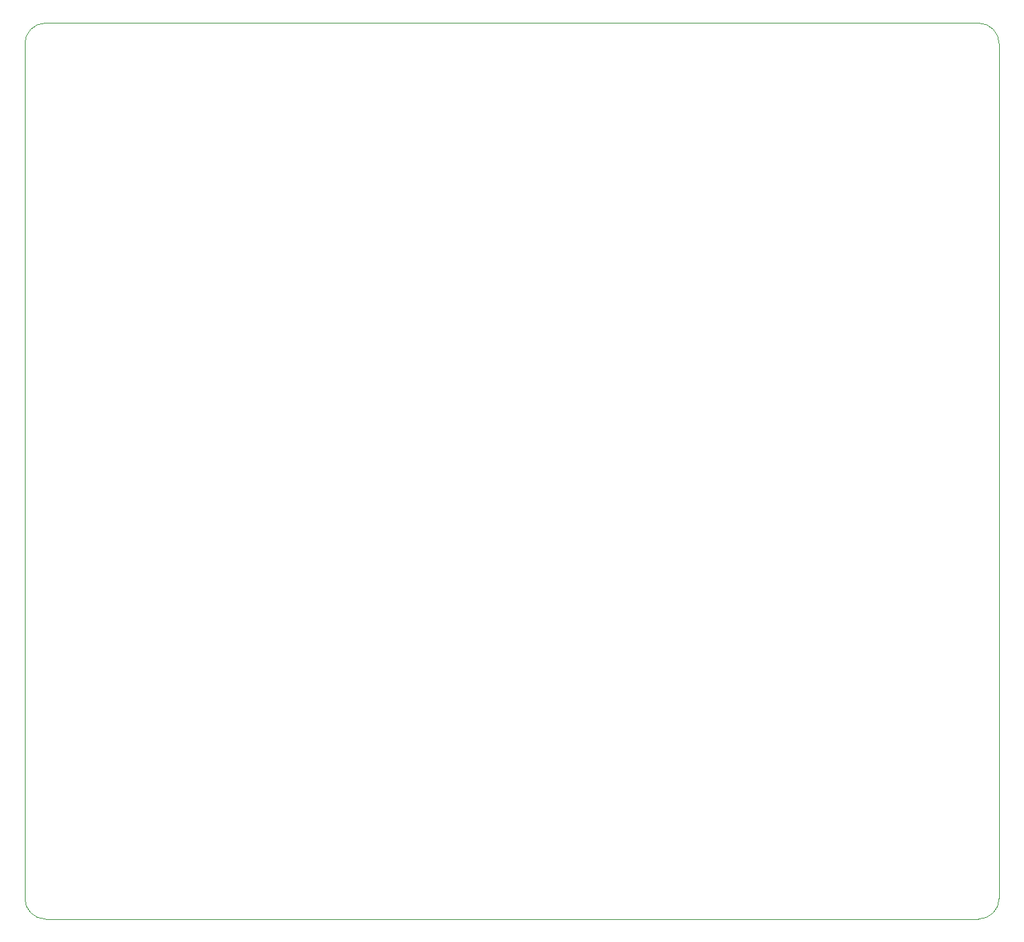
<source format=gm1>
%TF.GenerationSoftware,KiCad,Pcbnew,(6.0.5-0)*%
%TF.CreationDate,2022-06-17T00:42:47+08:00*%
%TF.ProjectId,Pragmatic,50726167-6d61-4746-9963-2e6b69636164,3*%
%TF.SameCoordinates,PX9157080PY3680a30*%
%TF.FileFunction,Profile,NP*%
%FSLAX46Y46*%
G04 Gerber Fmt 4.6, Leading zero omitted, Abs format (unit mm)*
G04 Created by KiCad (PCBNEW (6.0.5-0)) date 2022-06-17 00:42:47*
%MOMM*%
%LPD*%
G01*
G04 APERTURE LIST*
%TA.AperFunction,Profile*%
%ADD10C,0.120000*%
%TD*%
G04 APERTURE END LIST*
D10*
X-104775000Y-88265000D02*
X9525000Y-88265000D01*
X9525000Y-88265000D02*
G75*
G03*
X12065000Y-85725000I0J2540000D01*
G01*
X12065000Y19050000D02*
G75*
G03*
X9525000Y21590000I-2540000J0D01*
G01*
X12065000Y19050000D02*
X12065000Y-85725000D01*
X-107315000Y-85725000D02*
G75*
G03*
X-104775000Y-88265000I2540000J0D01*
G01*
X9525000Y21590000D02*
X-104775000Y21590000D01*
X-104775000Y21590000D02*
G75*
G03*
X-107315000Y19050000I0J-2540000D01*
G01*
X-107315000Y19050000D02*
X-107315000Y-85725000D01*
M02*

</source>
